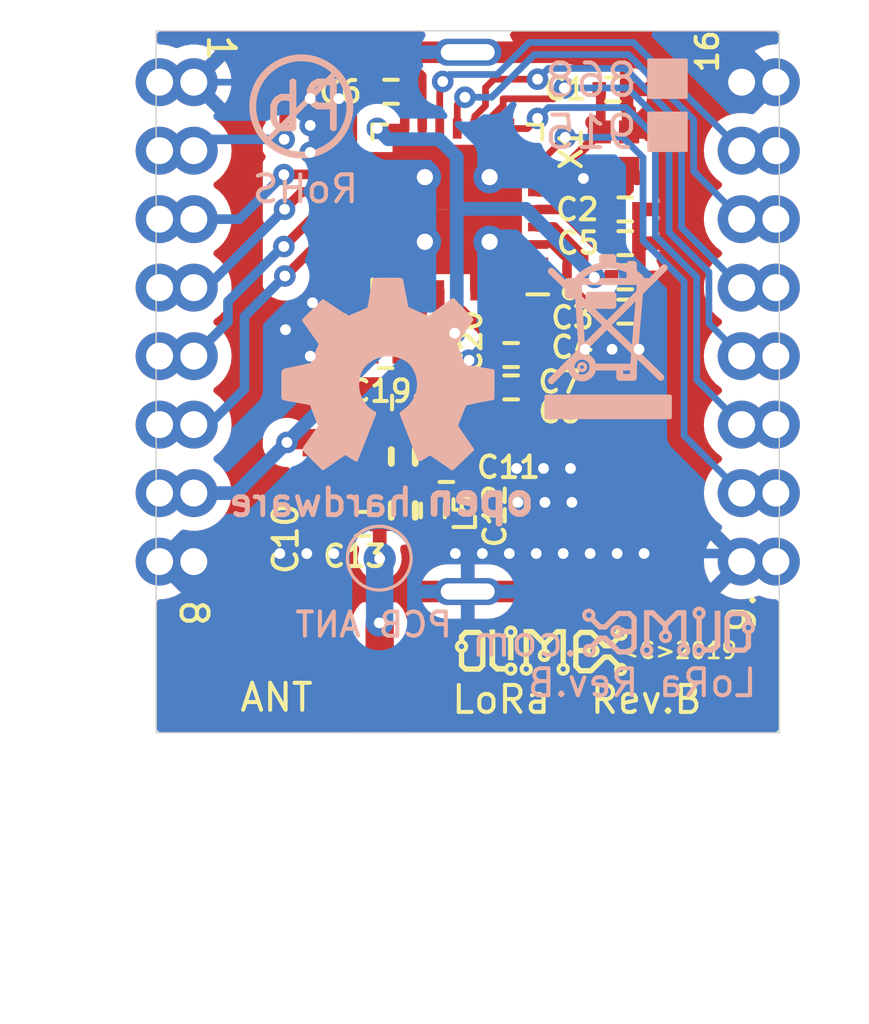
<source format=kicad_pcb>
(kicad_pcb (version 20221018) (generator pcbnew)
  (layers (0 "F.Cu" signal) (31 "B.Cu" signal) (34 "B.Paste" user) (35 "F.Paste" user) (36 "B.SilkS" user "B.Silkscreen") (37 "F.SilkS" user "F.Silkscreen") (38 "B.Mask" user) (39 "F.Mask" user) (44 "Edge.Cuts" user))
  (net 0 "")
  (net 1 "GND")
  (net 2 "Net-(C1-Pad1)")
  (net 3 "Net-(C2-Pad1)")
  (net 4 "VAA")
  (net 5 "Net-(C4-Pad1)")
  (net 6 "Net-(C5-Pad1)")
  (net 7 "Net-(C19-Pad1)")
  (net 8 "Net-(C9-Pad1)")
  (net 9 "Net-(C11-Pad1)")
  (net 10 "Net-(C12-Pad1)")
  (net 11 "Net-(C19-Pad2)")
  (net 12 "/NSS")
  (net 13 "/MOSI")
  (net 14 "/DIO5")
  (net 15 "/RESET")
  (net 16 "/SCK")
  (net 17 "/MISO")
  (net 18 "/DIO0")
  (net 19 "/DIO3")
  (net 20 "/DIO4")
  (net 21 "/DIO2")
  (net 22 "/DIO1")
  (net 23 "Net-(U1-Pad27)")
  (net 24 "Net-(U1-Pad20)")
  (net 25 "Net-(C7-Pad2)")
  (net 26 "Net-(U1-Pad28)")
  (net 27 "Net-(U1-Pad1)")
  (footprint "OLIMEX_RLC-FP:C_0402_5MIL_DWS" (layer "F.Cu") (at 90.475 56.15)
    (fp_text reference "C1")
    (fp_text value "15pF" hide)
  )
  (footprint "OLIMEX_RLC-FP:C_0402_5MIL_DWS" (layer "F.Cu") (at 90.932 60.6)
    (fp_text reference "C2")
    (fp_text value "15pF" hide)
  )
  (footprint "OLIMEX_RLC-FP:C_0402_5MIL_DWS" (layer "F.Cu") (at 90.932 63.119)
    (fp_text reference "C3")
    (fp_text value "100nF" hide)
  )
  (footprint "OLIMEX_RLC-FP:C_0402_5MIL_DWS" (layer "F.Cu") (at 90.932 64.389)
    (fp_text reference "C4")
    (fp_text value "100nF" hide)
  )
  (footprint "OLIMEX_RLC-FP:C_0402_5MIL_DWS" (layer "F.Cu") (at 90.932 61.849)
    (fp_text reference "C5")
    (fp_text value "100nF" hide)
  )
  (footprint "OLIMEX_RLC-FP:C_0402_5MIL_DWS" (layer "F.Cu") (at 82.2452 56.2356 180)
    (fp_text reference "C6")
    (fp_text value "100nF" hide)
  )
  (footprint "OLIMEX_RLC-FP:C_0402_5MIL_DWS" (layer "F.Cu") (at 86.7 66 180)
    (fp_text reference "C7")
    (fp_text value "10nF" hide)
  )
  (footprint "OLIMEX_RLC-FP:C_0402_5MIL_DWS" (layer "F.Cu") (at 86.7 67.2 180)
    (fp_text reference "C8")
    (fp_text value "47pF" hide)
  )
  (footprint "OLIMEX_RLC-FP:C_0402_5MIL_DWS" (layer "F.Cu") (at 82.7278 67.762 90)
    (fp_text reference "C9" hide)
    (fp_text value "33pF")
  )
  (footprint "OLIMEX_RLC-FP:C_0603_5MIL_DWS" (layer "F.Cu") (at 79.475 70.139 -90)
    (fp_text reference "C10")
    (fp_text value "22uF" hide)
  )
  (footprint "OLIMEX_RLC-FP:C_0402_5MIL_DWS" (layer "F.Cu") (at 84.3 70.262)
    (fp_text reference "C11")
    (fp_text value "4.7pF" hide)
  )
  (footprint "OLIMEX_RLC-FP:C_0402_5MIL_DWS" (layer "F.Cu") (at 83.8 71.762 90)
    (fp_text reference "C12")
    (fp_text value "1.2pF" hide)
  )
  (footprint "OLIMEX_RLC-FP:C_0402_5MIL_DWS" (layer "F.Cu") (at 81.2 72.262 180)
    (fp_text reference "C13")
    (fp_text value "1.8pF" hide)
  )
  (footprint "OLIMEX_RLC-FP:C_0402_5MIL_DWS" (layer "F.Cu") (at 82.042 66.04)
    (fp_text reference "C19")
    (fp_text value "2.2pF" hide)
  )
  (footprint "OLIMEX_RLC-FP:C_0402_5MIL_DWS" (layer "F.Cu") (at 84.052 65.575 -90)
    (fp_text reference "C20")
    (fp_text value "100nF" hide)
  )
  (footprint "OLIMEX_Connectors-FP:HN1x8_EDGE" (layer "F.Cu") (at 73.66 64.77 90)
    (fp_text reference "CON1" hide)
    (fp_text value "CON8")
  )
  (footprint "OLIMEX_Connectors-FP:HN1x8_EDGE" (layer "F.Cu") (at 96.52 64.77 -90)
    (fp_text reference "CON2" hide)
    (fp_text value "CON8")
  )
  (footprint "OLIMEX_RLC-FP:L_0402_5MIL_DWS" (layer "F.Cu") (at 84.3534 67.2338)
    (fp_text reference "L2" hide)
    (fp_text value "33nH" hide)
  )
  (footprint "OLIMEX_RLC-FP:L_0402_5MIL_DWS" (layer "F.Cu") (at 80.264 65.024)
    (fp_text reference "L3")
    (fp_text value "6.8nH" hide)
  )
  (footprint "OLIMEX_RLC-FP:L_0402_5MIL_DWS" (layer "F.Cu") (at 82.7 69.762 -90)
    (fp_text reference "L4" hide)
    (fp_text value "10nH")
  )
  (footprint "OLIMEX_RLC-FP:L_0402_5MIL_DWS" (layer "F.Cu") (at 82.7 71.762 -90)
    (fp_text reference "L5")
    (fp_text value "6.2nH" hide)
  )
  (footprint "OLIMEX_IC-FP:QFN-28_EP_6x6_Pitch0.65mm" (layer "F.Cu") (at 84.702 60.6 180)
    (fp_text reference "U1" hide)
    (fp_text value "SX1276")
  )
  (footprint "OLIMEX_Crystal-FP:SMD2016_4p" (layer "F.Cu") (at 90.55 58.4 -90)
    (fp_text reference "X1")
    (fp_text value "32.000MHz_10ppm" hide)
  )
  (footprint "OLIMEX_TestPoints-FP:TP_SMD" (layer "F.Cu") (at 81.825 73.55)
    (fp_text reference "JANT1" hide)
    (fp_text value "TESTPAD" hide)
  )
  (footprint "OLIMEX_Connectors-FP:U.FL-R-SMT-1" (layer "F.Cu") (at 81.825 77.9764 180)
    (fp_text reference "EXT_ANT1" hide)
    (fp_text value "U.FL")
  )
  (footprint "OLIMEX_Other-FP:Shield1620" (layer "F.Cu") (at 85.09 64.77 90)
    (fp_text reference "SHIELD1" hide)
    (fp_text value "TESTPAD")
  )
  (footprint "OLIMEX_LOGOs-FP:OLIMEX_LOGO_SMALL_TB" (layer "F.Cu") (at 87.8068 76.9604)
    (fp_text reference "")
    (fp_text value "")
  )
  (footprint "OLIMEX_Other-FP:Fiducial1x3_transp" (layer "F.Cu") (at 94.9452 78.3082)
    (fp_text reference "Ref*" hide)
    (fp_text value "Val**" hide)
  )
  (footprint "OLIMEX_LOGOs-FP:LOGO_OPENHARDWARE_8x8" (layer "B.Cu") (at 82.1436 67.2 180)
    (fp_text reference "" hide)
    (fp_text value "" hide)
  )
  (footprint "OLIMEX_LOGOs-FP:LOGO_PBFREE" (layer "B.Cu") (at 79.121 56.4642)
    (fp_text reference "")
    (fp_text value "")
  )
  (footprint "OLIMEX_LOGOs-FP:LOGO_RECYCLEBIN_1" (layer "B.Cu") (at 92.6338 68.3514 180)
    (fp_text reference "" hide)
    (fp_text value "" hide)
  )
  (footprint "OLIMEX_LOGOs-FP:OLIMEX_LOGO_SMALL_TB" (layer "B.Cu") (at 92.5548 76.2588 180)
    (fp_text reference "")
    (fp_text value "")
  )
  (footprint "OLIMEX_Other-FP:CHECKBOX" (layer "B.Cu") (at 92.5 55.75)
    (fp_text reference "none" hide)
    (fp_text value "CHECKBOX" hide)
  )
  (footprint "OLIMEX_Other-FP:CHECKBOX" (layer "B.Cu") (at 92.5 57.72)
    (fp_text reference "none" hide)
    (fp_text value "CHECKBOX" hide)
  )
  (gr_circle (center 81.8098 73.5314) (end 80.6668 73.8362) (stroke (width 0.12)) (fill none) (layer "B.SilkS"))
  (gr_line (start 73.533 80.01) (end 96.647 80.01) (stroke (width 0.05)) (layer "Edge.Cuts"))
  (gr_line (start 96.647 80.01) (end 96.647 53.975) (stroke (width 0.05)) (layer "Edge.Cuts"))
  (gr_line (start 73.533 53.975) (end 73.533 80.01) (stroke (width 0.05)) (layer "Edge.Cuts"))
  (gr_line (start 96.647 53.975) (end 73.533 53.975) (stroke (width 0.05)) (layer "Edge.Cuts"))
  (gr_text "PCB ANT" (at 81.6 76) (layer "B.SilkS") (effects (font (size 0.9 0.9)) (justify mirror)))
  (gr_text "LoRa Rev.B" (at 91.56 78.16) (layer "B.SilkS") (effects (font (size 1 1)) (justify mirror)))
  (gr_text ".com" (at 87.1954 76.6144) (layer "B.SilkS") (effects (font (size 1.1 1.1)) (justify mirror)))
  (gr_text "868\n915" (at 89.662 56.769) (layer "B.SilkS") (effects (font (size 1.2 1.2)) (justify mirror)))
  (gr_text "RoHS" (at 79.0702 59.8424) (layer "B.SilkS") (effects (font (size 1 1)) (justify mirror)))
  (gr_text "9." (at 95.25 75.565 90) (layer "F.SilkS") (effects (font (size 1 1))))
  (gr_text "8" (at 74.93 75.565 270) (layer "F.SilkS") (effects (font (size 1 1))))
  (gr_text "16" (at 93.98 54.737 90) (layer "F.SilkS") (effects (font (size 0.8 0.8))))
  (gr_text "<C>2019" (at 92.8868 76.9604) (layer "F.SilkS") (effects (font (size 0.6 0.6) (thickness 0.1))))
  (gr_text "1" (at 75.946 54.61 270) (layer "F.SilkS") (effects (font (size 1 1))))
  (gr_text "ANT" (at 78 78.7) (layer "F.SilkS") (effects (font (size 1 1))))
  (gr_text "LoRa  Rev.B" (at 89.14 78.78) (layer "F.SilkS") (effects (font (size 1 1))))
  (segment (start 86.632 73.36) (end 87.632 73.36) (width 0.25) (layer "F.Cu") (net 1))
  (segment (start 82.752 58.65) (end 83.502 59.4) (width 0.3556) (layer "F.Cu") (net 1))
  (segment (start 91.805 56.15) (end 91.8083 56.1467) (width 0.3556) (layer "F.Cu") (net 1))
  (segment (start 80.3275 56.4769) (end 80.3148 56.4896) (width 0.508) (layer "F.Cu") (net 1))
  (segment (start 83.402 61.9) (end 83.502 61.8) (width 0.3556) (layer "F.Cu") (net 1))
  (segment (start 79.756 65.024) (end 78.368 65.024) (width 0.3556) (layer "F.Cu") (net 1))
  (segment (start 83.399199 65.600801) (end 83.881398 66.083) (width 0.3556) (layer "F.Cu") (net 1))
  (segment (start 87.9536 71.4628) (end 88.9536 71.4628) (width 0.25) (layer "F.Cu") (net 1))
  (segment (start 83.402 63.6) (end 83.402 64.3306) (width 0.3556) (layer "F.Cu") (net 1))
  (segment (start 90.983 57.633) (end 91.075 57.725) (width 0.3556) (layer "F.Cu") (net 1))
  (segment (start 86.652 62.55) (end 85.902 61.8) (width 0.3556) (layer "F.Cu") (net 1))
  (segment (start 91.44 64.389) (end 92.709 64.389) (width 0.3556) (layer "F.Cu") (net 1))
  (segment (start 73.66 55.88) (end 74.93 55.88) (width 0.25) (layer "F.Cu") (net 1))
  (segment (start 84.052 66.083) (end 85.0314 66.083) (width 0.3556) (layer "F.Cu") (net 1))
  (segment (start 96.52 55.88) (end 95.25 55.88) (width 0.25) (layer "F.Cu") (net 1))
  (segment (start 90.4456 65.786) (end 91.4456 65.786) (width 0.25) (layer "F.Cu") (net 1))
  (segment (start 91.44 63.119) (end 91.44 64.389) (width 0.3556) (layer "F.Cu") (net 1))
  (segment (start 80.8101 58.4887) (end 80.8101 56.4769) (width 0.3556) (layer "F.Cu") (net 1))
  (segment (start 92.709 64.389) (end 93.09 64.77) (width 0.3556) (layer "F.Cu") (net 1))
  (segment (start 91.44 65.7804) (end 91.4456 65.786) (width 0.25) (layer "F.Cu") (net 1))
  (segment (start 90.632 73.36) (end 91.632 73.36) (width 0.25) (layer "F.Cu") (net 1))
  (segment (start 86.8464 70.262) (end 86.9028 70.2056) (width 0.3556) (layer "F.Cu") (net 1))
  (segment (start 81.702 58.65) (end 82.752 58.65) (width 0.3556) (layer "F.Cu") (net 1))
  (segment (start 83.402 64.3306) (end 83.399199 64.333401) (width 0.3556) (layer "F.Cu") (net 1))
  (segment (start 81.0514 56.2356) (end 81.7372 56.2356) (width 0.3556) (layer "F.Cu") (net 1))
  (segment (start 73.66 73.66) (end 74.93 73.66) (width 0.25) (layer "F.Cu") (net 1))
  (segment (start 86.9536 71.4628) (end 87.9536 71.4628) (width 0.25) (layer "F.Cu") (net 1))
  (segment (start 87.208 67.2) (end 87.208 69.9004) (width 0.3556) (layer "F.Cu") (net 1))
  (segment (start 80.9714 58.65) (end 80.8101 58.4887) (width 0.3556) (layer "F.Cu") (net 1))
  (segment (start 89.725 59.425) (end 89.407576 59.425) (width 0.3556) (layer "F.Cu") (net 1))
  (segment (start 85.632 73.36) (end 86.632 73.36) (width 0.25) (layer "F.Cu") (net 1))
  (segment (start 91.805 56.15) (end 92.075 55.88) (width 0.508) (layer "F.Cu") (net 1))
  (segment (start 92.075 55.88) (end 95.25 55.88) (width 0.508) (layer "F.Cu") (net 1))
  (segment (start 84.808 70.262) (end 86.8464 70.262) (width 0.3556) (layer "F.Cu") (net 1))
  (segment (start 89.632 73.36) (end 90.632 73.36) (width 0.25) (layer "F.Cu") (net 1))
  (segment (start 91.44 64.389) (end 91.44 65.7804) (width 0.25) (layer "F.Cu") (net 1))
  (segment (start 87.632 73.36) (end 88.632 73.36) (width 0.25) (layer "F.Cu") (net 1))
  (segment (start 89.4456 65.786) (end 90.4456 65.786) (width 0.25) (layer "F.Cu") (net 1))
  (segment (start 83.881398 66.083) (end 84.052 66.083) (width 0.3556) (layer "F.Cu") (net 1))
  (segment (start 85.352 63.6) (end 85.352 62.35) (width 0.3556) (layer "F.Cu") (net 1))
  (segment (start 88.632 73.36) (end 89.632 73.36) (width 0.25) (layer "F.Cu") (net 1))
  (segment (start 85.352 62.35) (end 85.902 61.8) (width 0.3556) (layer "F.Cu") (net 1))
  (segment (start 87.208 69.9004) (end 86.9028 70.2056) (width 0.3556) (layer "F.Cu") (net 1))
  (segment (start 89.407576 59.425) (end 89.381152 59.451424) (width 0.3556) (layer "F.Cu") (net 1))
  (segment (start 91.44 60.6) (end 91.44 61.849) (width 0.3556) (layer "F.Cu") (net 1))
  (segment (start 80.8101 56.4769) (end 80.3275 56.4769) (width 0.508) (layer "F.Cu") (net 1))
  (segment (start 81.702 58.65) (end 80.9714 58.65) (width 0.3556) (layer "F.Cu") (net 1))
  (segment (start 90.983 56.15) (end 90.983 57.633) (width 0.3556) (layer "F.Cu") (net 1))
  (segment (start 78.368 65.024) (end 78.332 65.06) (width 0.3556) (layer "F.Cu") (net 1))
  (segment (start 83.399199 64.333401) (end 83.399199 65.600801) (width 0.3556) (layer "F.Cu") (net 1))
  (segment (start 87.208 66) (end 87.208 67.2) (width 0.3556) (layer "F.Cu") (net 1))
  (segment (start 83.402 63.6) (end 83.402 61.9) (width 0.3556) (layer "F.Cu") (net 1))
  (segment (start 85.0314 66.083) (end 85.1408 66.1924) (width 0.3556) (layer "F.Cu") (net 1))
  (segment (start 95.25 73.66) (end 96.52 73.66) (width 0.25) (layer "F.Cu") (net 1))
  (segment (start 91.44 61.849) (end 91.44 63.119) (width 0.3556) (layer "F.Cu") (net 1))
  (segment (start 90.983 56.15) (end 91.805 56.15) (width 0.3556) (layer "F.Cu") (net 1))
  (segment (start 80.8101 56.4769) (end 81.0514 56.2356) (width 0.3556) (layer "F.Cu") (net 1))
  (segment (start 84.632 73.36) (end 85.632 73.36) (width 0.25) (layer "F.Cu") (net 1))
  (via (at 79.332 64.06) (size 0.8) (drill 0.4) (layers "F.Cu" "B.Cu") (net 1))
  (via (at 78.332 65.06) (size 0.8) (drill 0.4) (layers "F.Cu" "B.Cu") (net 1))
  (via (at 84.632 73.36) (size 0.8) (drill 0.4) (layers "F.Cu" "B.Cu") (net 1))
  (via (at 85.632 73.36) (size 0.8) (drill 0.4) (layers "F.Cu" "B.Cu") (net 1))
  (via (at 86.632 73.36) (size 0.8) (drill 0.4) (layers "F.Cu" "B.Cu") (net 1))
  (via (at 87.632 73.36) (size 0.8) (drill 0.4) (layers "F.Cu" "B.Cu") (net 1))
  (via (at 88.632 73.36) (size 0.8) (drill 0.4) (layers "F.Cu" "B.Cu") (net 1))
  (via (at 89.632 73.36) (size 0.8) (drill 0.4) (layers "F.Cu" "B.Cu") (net 1))
  (via (at 90.632 73.36) (size 0.8) (drill 0.4) (layers "F.Cu" "B.Cu") (net 1))
  (via (at 91.632 73.36) (size 0.8) (drill 0.4) (layers "F.Cu" "B.Cu") (net 1))
  (via (at 88.9028 70.2056) (size 0.8) (drill 0.4) (layers "F.Cu" "B.Cu") (net 1))
  (via (at 87.9028 70.2056) (size 0.8) (drill 0.4) (layers "F.Cu" "B.Cu") (net 1))
  (via (at 88.9536 71.4628) (size 0.8) (drill 0.4) (layers "F.Cu" "B.Cu") (net 1))
  (via (at 87.9536 71.4628) (size 0.8) (drill 0.4) (layers "F.Cu" "B.Cu") (net 1))
  (via (at 86.9028 70.2056) (size 0.8) (drill 0.4) (layers "F.Cu" "B.Cu") (net 1))
  (via (at 86.9536 71.4628) (size 0.8) (drill 0.4) (layers "F.Cu" "B.Cu") (net 1))
  (via (at 89.4456 65.786) (size 0.8) (drill 0.4) (layers "F.Cu" "B.Cu") (net 1))
  (via (at 90.4456 65.786) (size 0.8) (drill 0.4) (layers "F.Cu" "B.Cu") (net 1))
  (via (at 91.4456 65.786) (size 0.8) (drill 0.4) (layers "F.Cu" "B.Cu") (net 1))
  (via (at 80.1214 73.3628) (size 0.8) (drill 0.4) (layers "F.Cu" "B.Cu") (net 1))
  (via (at 78.1214 73.3628) (size 0.8) (drill 0.4) (layers "F.Cu" "B.Cu") (net 1))
  (via (at 79.1214 73.362801) (size 0.8) (drill 0.4) (layers "F.Cu" "B.Cu") (net 1))
  (via (at 79.248 56.484) (size 0.8) (drill 0.4) (layers "F.Cu" "B.Cu") (net 1))
  (via (at 79.248 58.484) (size 0.8) (drill 0.4) (layers "F.Cu" "B.Cu") (net 1))
  (via (at 79.248 57.484) (size 0.8) (drill 0.4) (layers "F.Cu" "B.Cu") (net 1))
  (via (at 89.381152 59.451424) (size 0.8) (drill 0.4) (layers "F.Cu" "B.Cu") (net 1))
  (via (at 79.248 66.04) (size 0.8) (drill 0.4) (layers "F.Cu" "B.Cu") (net 1))
  (via (at 85.1408 66.1924) (size 0.8) (drill 0.4) (layers "F.Cu" "B.Cu") (net 1))
  (via (at 80.3148 56.4896) (size 0.8) (drill 0.4) (layers "F.Cu" "B.Cu") (net 1))
  (segment (start 91.632 73.36) (end 94.95 73.36) (width 0.3556) (layer "B.Cu") (net 1))
  (segment (start 94.95 73.36) (end 95.25 73.66) (width 0.3556) (layer "B.Cu") (net 1))
  (segment (start 75.2272 73.3628) (end 74.93 73.66) (width 0.3556) (layer "B.Cu") (net 1))
  (segment (start 78.1214 73.3628) (end 75.2272 73.3628) (width 0.3556) (layer "B.Cu") (net 1))
  (segment (start 94.9833 56.1467) (end 95.25 55.88) (width 0.3556) (layer "B.Cu") (net 1))
  (segment (start 78.644 55.88) (end 79.248 56.484) (width 0.25) (layer "B.Cu") (net 1))
  (segment (start 85.1408 66.1924) (end 89.0392 66.1924) (width 0.3556) (layer "B.Cu") (net 1))
  (segment (start 74.93 55.88) (end 78.644 55.88) (width 0.25) (layer "B.Cu") (net 1))
  (segment (start 89.0392 66.1924) (end 89.4456 65.786) (width 0.3556) (layer "B.Cu") (net 1))
  (segment (start 90.025 57.725) (end 90.025 56.208) (width 0.3556) (layer "F.Cu") (net 2))
  (segment (start 90.025 56.208) (end 89.967 56.15) (width 0.3556) (layer "F.Cu") (net 2))
  (segment (start 89.725 58.0076) (end 89.725 57.763908) (width 0.3556) (layer "F.Cu") (net 2))
  (segment (start 87.702 59.3) (end 88.4326 59.3) (width 0.3556) (layer "F.Cu") (net 2))
  (segment (start 88.4326 59.3) (end 89.725 58.0076) (width 0.3556) (layer "F.Cu") (net 2))
  (segment (start 89.725 57.763908) (end 89.725 57.375) (width 0.3556) (layer "F.Cu") (net 2))
  (segment (start 91.075 59.8556) (end 90.424 60.5066) (width 0.3556) (layer "F.Cu") (net 3))
  (segment (start 89.8184 60.6) (end 90.424 60.6) (width 0.3556) (layer "F.Cu") (net 3))
  (segment (start 89.325752 60.6) (end 89.8184 60.6) (width 0.3556) (layer "F.Cu") (net 3))
  (segment (start 87.702 59.95) (end 88.675752 59.95) (width 0.3556) (layer "F.Cu") (net 3))
  (segment (start 88.675752 59.95) (end 89.325752 60.6) (width 0.3556) (layer "F.Cu") (net 3))
  (segment (start 90.424 60.5066) (end 90.424 60.6) (width 0.3556) (layer "F.Cu") (net 3))
  (segment (start 91.075 59.505042) (end 91.075 59.075) (width 0.3556) (layer "F.Cu") (net 3))
  (segment (start 91.075 59.075) (end 91.075 59.8556) (width 0.3556) (layer "F.Cu") (net 3))
  (segment (start 88.301 61.25) (end 89.389001 62.338001) (width 0.3556) (layer "F.Cu") (net 4))
  (segment (start 84.052 63.6) (end 84.052 65.067) (width 0.3556) (layer "F.Cu") (net 4))
  (segment (start 82.752 57.6) (end 81.7427 57.6) (width 0.3556) (layer "F.Cu") (net 4))
  (segment (start 79.4654 69.2404) (end 79.475 69.25) (width 0.508) (layer "F.Cu") (net 4))
  (segment (start 89.389001 62.338001) (end 89.389001 62.719001) (width 0.3556) (layer "F.Cu") (net 4))
  (segment (start 84.6328 65.067) (end 84.6328 65.161772) (width 0.3556) (layer "F.Cu") (net 4))
  (segment (start 84.052 65.067) (end 84.6328 65.067) (width 0.508) (layer "F.Cu") (net 4))
  (segment (start 82.7532 57.5988) (end 82.752 57.6) (width 0.3556) (layer "F.Cu") (net 4))
  (segment (start 78.3844 69.2404) (end 79.4654 69.2404) (width 0.508) (layer "F.Cu") (net 4))
  (segment (start 73.66 71.12) (end 74.93 71.12) (width 0.25) (layer "F.Cu") (net 4))
  (segment (start 87.702 61.25) (end 88.301 61.25) (width 0.3556) (layer "F.Cu") (net 4))
  (segment (start 81.7427 57.6) (end 81.7372 57.5945) (width 0.3556) (layer "F.Cu") (net 4))
  (segment (start 90.424 63.119) (end 89.789 63.119) (width 0.3556) (layer "F.Cu") (net 4))
  (segment (start 89.389001 62.719001) (end 89.789 63.119) (width 0.3556) (layer "F.Cu") (net 4))
  (segment (start 82.7532 56.2356) (end 82.7532 57.5988) (width 0.3556) (layer "F.Cu") (net 4))
  (segment (start 84.6328 65.161772) (end 84.607495 65.187077) (width 0.3556) (layer "F.Cu") (net 4))
  (via (at 78.3844 69.2404) (size 0.8) (drill 0.4) (layers "F.Cu" "B.Cu") (net 4))
  (via (at 89.789 63.119) (size 0.8) (drill 0.4) (layers "F.Cu" "B.Cu") (net 4))
  (via (at 84.607495 65.187077) (size 0.8) (drill 0.4) (layers "F.Cu" "B.Cu") (net 4))
  (via (at 81.7372 57.5945) (size 0.8) (drill 0.4) (layers "F.Cu" "B.Cu") (net 4))
  (segment (start 84.6836 64.545287) (end 84.607495 64.621392) (width 0.508) (layer "B.Cu") (net 4))
  (segment (start 84.6836 58.6486) (end 84.6836 60.6044) (width 0.508) (layer "B.Cu") (net 4))
  (segment (start 74.93 71.12) (end 76.5048 71.12) (width 0.508) (layer "B.Cu") (net 4))
  (segment (start 82.437723 65.187077) (end 78.3844 69.2404) (width 0.508) (layer "B.Cu") (net 4))
  (segment (start 84.709 60.579) (end 84.6836 60.6044) (width 0.508) (layer "B.Cu") (net 4))
  (segment (start 81.7372 57.5945) (end 82.137199 57.994499) (width 0.508) (layer "B.Cu") (net 4))
  (segment (start 76.5048 71.12) (end 78.3844 69.2404) (width 0.508) (layer "B.Cu") (net 4))
  (segment (start 84.029499 57.994499) (end 84.6836 58.6486) (width 0.508) (layer "B.Cu") (net 4))
  (segment (start 82.137199 57.994499) (end 84.029499 57.994499) (width 0.508) (layer "B.Cu") (net 4))
  (segment (start 84.6836 60.6044) (end 84.6836 64.545287) (width 0.508) (layer "B.Cu") (net 4))
  (segment (start 87.249 60.579) (end 89.789 63.119) (width 0.508) (layer "B.Cu") (net 4))
  (segment (start 87.249 60.579) (end 84.709 60.579) (width 0.508) (layer "B.Cu") (net 4))
  (segment (start 84.607495 64.621392) (end 84.607495 65.187077) (width 0.508) (layer "B.Cu") (net 4))
  (segment (start 84.607495 65.187077) (end 82.437723 65.187077) (width 0.508) (layer "B.Cu") (net 4))
  (segment (start 88.189 61.9) (end 88.773 62.484) (width 0.25) (layer "F.Cu") (net 5))
  (segment (start 88.773 63.3436) (end 88.773 62.611) (width 0.3556) (layer "F.Cu") (net 5))
  (segment (start 90.424 64.389) (end 89.8184 64.389) (width 0.3556) (layer "F.Cu") (net 5))
  (segment (start 87.702 61.9) (end 88.189 61.9) (width 0.25) (layer "F.Cu") (net 5))
  (segment (start 89.8184 64.389) (end 88.773 63.3436) (width 0.3556) (layer "F.Cu") (net 5))
  (segment (start 88.773 62.484) (end 88.773 62.611) (width 0.25) (layer "F.Cu") (net 5))
  (segment (start 87.702 60.6) (end 88.54 60.6) (width 0.3556) (layer "F.Cu") (net 6))
  (segment (start 88.54 60.6) (end 89.789 61.849) (width 0.3556) (layer "F.Cu") (net 6))
  (segment (start 89.789 61.849) (end 89.8184 61.849) (width 0.3556) (layer "F.Cu") (net 6))
  (segment (start 89.8184 61.849) (end 90.424 61.849) (width 0.3556) (layer "F.Cu") (net 6))
  (segment (start 81.53 65.024) (end 81.534 65.02) (width 0.508) (layer "F.Cu") (net 7))
  (segment (start 81.534 65.02) (end 81.534 64.9478) (width 0.508) (layer "F.Cu") (net 7))
  (segment (start 81.702 62.55) (end 81.702 63.698) (width 0.3556) (layer "F.Cu") (net 7))
  (segment (start 81.534 64.9478) (end 81.534 66.04) (width 0.508) (layer "F.Cu") (net 7))
  (segment (start 81.702 63.698) (end 81.534 63.866) (width 0.508) (layer "F.Cu") (net 7))
  (segment (start 80.772 65.024) (end 81.53 65.024) (width 0.508) (layer "F.Cu") (net 7))
  (segment (start 81.534 63.866) (end 81.534 64.9478) (width 0.508) (layer "F.Cu") (net 7))
  (segment (start 82.7278 68.27) (end 82.7278 69.2262) (width 0.3556) (layer "F.Cu") (net 8))
  (segment (start 82.7278 69.2262) (end 82.7 69.254) (width 0.3556) (layer "F.Cu") (net 8))
  (segment (start 83.792 71.246) (end 83.8 71.254) (width 0.3556) (layer "F.Cu") (net 9))
  (segment (start 82.7 71.254) (end 82.7 70.27) (width 0.3556) (layer "F.Cu") (net 9))
  (segment (start 83.8 71.254) (end 82.7 71.254) (width 0.3556) (layer "F.Cu") (net 9))
  (segment (start 83.792 70.262) (end 83.792 71.246) (width 0.3556) (layer "F.Cu") (net 9))
  (segment (start 83.784 70.27) (end 83.792 70.262) (width 0.3556) (layer "F.Cu") (net 9))
  (segment (start 82.7 70.27) (end 83.784 70.27) (width 0.3556) (layer "F.Cu") (net 9))
  (segment (start 81.825 73.55) (end 81.825 72.4178) (width 0.508) (layer "F.Cu") (net 10))
  (segment (start 81.825 72.4178) (end 81.9728 72.27) (width 0.3556) (layer "F.Cu") (net 10))
  (segment (start 81.825 75.9469) (end 81.8098 75.9317) (width 0.508) (layer "F.Cu") (net 10))
  (segment (start 81.8098 75.9317) (end 81.8098 76.4612) (width 0.25) (layer "F.Cu") (net 10))
  (segment (start 82.7 72.27) (end 81.9728 72.27) (width 0.508) (layer "F.Cu") (net 10))
  (segment (start 81.825 75.97801) (end 81.8098 75.97801) (width 1.016) (layer "F.Cu") (net 10))
  (segment (start 83.8 72.27) (end 82.7 72.27) (width 0.3556) (layer "F.Cu") (net 10))
  (segment (start 81.716 72.27) (end 81.708 72.262) (width 0.3556) (layer "F.Cu") (net 10))
  (segment (start 81.8098 76.4612) (end 81.825 76.4764) (width 0.25) (layer "F.Cu") (net 10))
  (segment (start 81.833 73.542) (end 81.825 73.55) (width 0.3556) (layer "F.Cu") (net 10))
  (segment (start 81.9728 72.27) (end 81.716 72.27) (width 0.3556) (layer "F.Cu") (net 10))
  (segment (start 81.867 73.508) (end 81.825 73.55) (width 0.508) (layer "F.Cu") (net 10))
  (via (at 81.8098 75.9317) (size 0.8) (drill 0.4) (layers "F.Cu" "B.Cu") (net 10))
  (segment (start 81.825 75.9165) (end 81.8098 75.9317) (width 1.016) (layer "B.Cu") (net 10))
  (segment (start 81.825 73.55) (end 81.825 75.9165) (width 1.016) (layer "B.Cu") (net 10))
  (segment (start 83.8252 67.254) (end 83.8454 67.2338) (width 0.3556) (layer "F.Cu") (net 11))
  (segment (start 82.7 66.04) (end 82.752 66.092) (width 0.3556) (layer "F.Cu") (net 11))
  (segment (start 82.55 66.04) (end 82.7 66.04) (width 0.3556) (layer "F.Cu") (net 11))
  (segment (start 82.752 66.092) (end 82.752 67.2298) (width 0.3556) (layer "F.Cu") (net 11))
  (segment (start 82.7278 67.254) (end 83.8252 67.254) (width 0.3556) (layer "F.Cu") (net 11))
  (segment (start 82.752 67.2298) (end 82.7278 67.254) (width 0.3556) (layer "F.Cu") (net 11))
  (segment (start 82.752 63.6) (end 82.752 66.092) (width 0.3556) (layer "F.Cu") (net 11))
  (segment (start 78.329046 63.0682) (end 78.3082 63.0682) (width 0.3556) (layer "F.Cu") (net 12))
  (segment (start 81.702 61.25) (end 80.147246 61.25) (width 0.3556) (layer "F.Cu") (net 12))
  (segment (start 73.66 68.58) (end 74.93 68.58) (width 0.25) (layer "F.Cu") (net 12))
  (segment (start 80.147246 61.25) (end 78.329046 63.0682) (width 0.3556) (layer "F.Cu") (net 12))
  (via (at 78.3082 63.0682) (size 0.8) (drill 0.4) (layers "F.Cu" "B.Cu") (net 12))
  (segment (start 76.8096 67.2592) (end 75.4888 68.58) (width 0.3556) (layer "B.Cu") (net 12))
  (segment (start 78.3082 63.0682) (end 76.8096 64.5668) (width 0.3556) (layer "B.Cu") (net 12))
  (segment (start 76.8096 64.5668) (end 76.8096 67.2592) (width 0.3556) (layer "B.Cu") (net 12))
  (segment (start 75.4888 68.58) (end 74.93 68.58) (width 0.3556) (layer "B.Cu") (net 12))
  (segment (start 81.702 60.6) (end 79.6461 60.6) (width 0.3556) (layer "F.Cu") (net 13))
  (segment (start 79.6461 60.6) (end 78.2701 61.976) (width 0.3556) (layer "F.Cu") (net 13))
  (segment (start 73.66 66.04) (end 74.93 66.04) (width 0.25) (layer "F.Cu") (net 13))
  (via (at 78.2701 61.976) (size 0.8) (drill 0.4) (layers "F.Cu" "B.Cu") (net 13))
  (segment (start 78.232 61.976) (end 76.196801 64.011199) (width 0.3556) (layer "B.Cu") (net 13))
  (segment (start 76.196801 64.011199) (end 76.196801 64.773199) (width 0.3556) (layer "B.Cu") (net 13))
  (segment (start 76.196801 64.773199) (end 75.818999 65.151001) (width 0.3556) (layer "B.Cu") (net 13))
  (segment (start 75.818999 65.151001) (end 74.93 66.04) (width 0.3556) (layer "B.Cu") (net 13))
  (segment (start 78.2701 61.976) (end 78.232 61.976) (width 0.3556) (layer "B.Cu") (net 13))
  (segment (start 78.2828 56.0832) (end 78.2828 57.435215) (width 0.3556) (layer "F.Cu") (net 14))
  (segment (start 83.402 56.8694) (end 83.384974 56.852374) (width 0.3556) (layer "F.Cu") (net 14))
  (segment (start 83.318141 55.582799) (end 78.783201 55.582799) (width 0.3556) (layer "F.Cu") (net 14))
  (segment (start 83.402 57.6) (end 83.402 56.8694) (width 0.3556) (layer "F.Cu") (net 14))
  (segment (start 83.384974 56.852374) (end 83.384974 55.649632) (width 0.3556) (layer "F.Cu") (net 14))
  (segment (start 78.2828 57.435215) (end 78.2828 58.0009) (width 0.3556) (layer "F.Cu") (net 14))
  (segment (start 78.783201 55.582799) (end 78.2828 56.0832) (width 0.3556) (layer "F.Cu") (net 14))
  (segment (start 74.93 58.42) (end 73.66 58.42) (width 0.25) (layer "F.Cu") (net 14))
  (segment (start 83.384974 55.649632) (end 83.318141 55.582799) (width 0.3556) (layer "F.Cu") (net 14))
  (via (at 78.2828 58.0009) (size 0.8) (drill 0.4) (layers "F.Cu" "B.Cu") (net 14))
  (segment (start 78.2828 58.0009) (end 75.3491 58.0009) (width 0.3556) (layer "B.Cu") (net 14))
  (segment (start 75.3491 58.0009) (end 74.93 58.42) (width 0.3556) (layer "B.Cu") (net 14))
  (segment (start 87.982624 58.65) (end 88.708712 57.923912) (width 0.25) (layer "F.Cu") (net 15))
  (segment (start 87.702 58.65) (end 87.982624 58.65) (width 0.25) (layer "F.Cu") (net 15))
  (segment (start 96.52 71.12) (end 95.25 71.12) (width 0.25) (layer "F.Cu") (net 15))
  (via (at 88.708712 57.923912) (size 0.8) (drill 0.4) (layers "F.Cu" "B.Cu") (net 15))
  (segment (start 93.1164 63.275632) (end 93.1164 68.9864) (width 0.25) (layer "B.Cu") (net 15))
  (segment (start 88.708712 57.923912) (end 90.842312 57.923912) (width 0.25) (layer "B.Cu") (net 15))
  (segment (start 91.5924 61.751632) (end 93.1164 63.275632) (width 0.25) (layer "B.Cu") (net 15))
  (segment (start 94.361001 70.231001) (end 95.25 71.12) (width 0.25) (layer "B.Cu") (net 15))
  (segment (start 93.1164 68.9864) (end 94.361001 70.231001) (width 0.25) (layer "B.Cu") (net 15))
  (segment (start 91.5924 58.674) (end 91.5924 61.751632) (width 0.25) (layer "B.Cu") (net 15))
  (segment (start 90.842312 57.923912) (end 91.5924 58.674) (width 0.25) (layer "B.Cu") (net 15))
  (segment (start 73.66 60.96) (end 74.93 60.96) (width 0.25) (layer "F.Cu") (net 16))
  (segment (start 78.2791 59.3) (end 78.2701 59.309) (width 0.3556) (layer "F.Cu") (net 16))
  (segment (start 81.702 59.3) (end 78.2791 59.3) (width 0.3556) (layer "F.Cu") (net 16))
  (via (at 78.2701 59.309) (size 0.8) (drill 0.4) (layers "F.Cu" "B.Cu") (net 16))
  (segment (start 76.6191 60.96) (end 74.93 60.96) (width 0.3556) (layer "B.Cu") (net 16))
  (segment (start 78.2701 59.309) (end 76.6191 60.96) (width 0.3556) (layer "B.Cu") (net 16))
  (segment (start 78.9372 59.95) (end 78.2955 60.5917) (width 0.3556) (layer "F.Cu") (net 17))
  (segment (start 74.93 63.5) (end 73.66 63.5) (width 0.25) (layer "F.Cu") (net 17))
  (segment (start 81.702 59.95) (end 78.9372 59.95) (width 0.3556) (layer "F.Cu") (net 17))
  (via (at 78.2955 60.5917) (size 0.8) (drill 0.4) (layers "F.Cu" "B.Cu") (net 17))
  (segment (start 78.2955 60.5917) (end 75.3872 63.5) (width 0.3556) (layer "B.Cu") (net 17))
  (segment (start 75.3872 63.5) (end 74.93 63.5) (width 0.3556) (layer "B.Cu") (net 17))
  (segment (start 87.302591 57.6) (end 87.6808 57.221791) (width 0.25) (layer "F.Cu") (net 18))
  (segment (start 86.652 57.6) (end 87.302591 57.6) (width 0.25) (layer "F.Cu") (net 18))
  (segment (start 95.25 68.58) (end 96.52 68.58) (width 0.25) (layer "F.Cu") (net 18))
  (via (at 87.6808 57.221791) (size 0.8) (drill 0.4) (layers "F.Cu" "B.Cu") (net 18))
  (segment (start 94.361001 67.691001) (end 95.25 68.58) (width 0.25) (layer "B.Cu") (net 18))
  (segment (start 87.6808 57.221791) (end 88.080799 56.821792) (width 0.25) (layer "B.Cu") (net 18))
  (segment (start 90.958988 56.821792) (end 92.0496 57.912404) (width 0.25) (layer "B.Cu") (net 18))
  (segment (start 88.080799 56.821792) (end 90.958988 56.821792) (width 0.25) (layer "B.Cu") (net 18))
  (segment (start 92.0496 57.912404) (end 92.0496 61.572421) (width 0.25) (layer "B.Cu") (net 18))
  (segment (start 93.585988 66.915988) (end 94.361001 67.691001) (width 0.25) (layer "B.Cu") (net 18))
  (segment (start 92.0496 61.572421) (end 93.585988 63.108809) (width 0.25) (layer "B.Cu") (net 18))
  (segment (start 93.585988 63.108809) (end 93.585988 66.915988) (width 0.25) (layer "B.Cu") (net 18))
  (segment (start 84.702 57.6) (end 84.702 56.7252) (width 0.25) (layer "F.Cu") (net 19))
  (segment (start 84.702 56.7252) (end 84.9884 56.4388) (width 0.25) (layer "F.Cu") (net 19))
  (segment (start 96.52 60.96) (end 95.25 60.96) (width 0.25) (layer "F.Cu") (net 19))
  (via (at 84.9884 56.4388) (size 0.8) (drill 0.4) (layers "F.Cu" "B.Cu") (net 19))
  (segment (start 93.472001 57.278411) (end 93.472001 59.182001) (width 0.25) (layer "B.Cu") (net 19))
  (segment (start 87.562401 54.85681) (end 91.0504 54.85681) (width 0.25) (layer "B.Cu") (net 19))
  (segment (start 91.0504 54.85681) (end 93.472001 57.278411) (width 0.25) (layer "B.Cu") (net 19))
  (segment (start 93.472001 59.182001) (end 94.361001 60.071001) (width 0.25) (layer "B.Cu") (net 19))
  (segment (start 85.980411 56.4388) (end 87.562401 54.85681) (width 0.25) (layer "B.Cu") (net 19))
  (segment (start 84.9884 56.4388) (end 85.980411 56.4388) (width 0.25) (layer "B.Cu") (net 19))
  (segment (start 94.361001 60.071001) (end 95.25 60.96) (width 0.25) (layer "B.Cu") (net 19))
  (segment (start 84.052 55.966407) (end 84.162776 55.855631) (width 0.25) (layer "F.Cu") (net 20))
  (segment (start 95.25 58.42) (end 96.52 58.42) (width 0.25) (layer "F.Cu") (net 20))
  (segment (start 84.052 57.6) (end 84.052 55.966407) (width 0.25) (layer "F.Cu") (net 20))
  (via (at 84.162776 55.855631) (size 0.8) (drill 0.4) (layers "F.Cu" "B.Cu") (net 20))
  (segment (start 94.361001 57.531001) (end 95.25 58.42) (width 0.25) (layer "B.Cu") (net 20))
  (segment (start 84.423397 55.59501) (end 86.18173 55.59501) (width 0.25) (layer "B.Cu") (net 20))
  (segment (start 87.3252 54.4576) (end 87.376001 54.406799) (width 0.25) (layer "B.Cu") (net 20))
  (segment (start 91.236799 54.406799) (end 94.361001 57.531001) (width 0.25) (layer "B.Cu") (net 20))
  (segment (start 87.376001 54.406799) (end 91.236799 54.406799) (width 0.25) (layer "B.Cu") (net 20))
  (segment (start 87.31914 54.4576) (end 87.3252 54.4576) (width 0.25) (layer "B.Cu") (net 20))
  (segment (start 86.18173 55.59501) (end 87.31914 54.4576) (width 0.25) (layer "B.Cu") (net 20))
  (segment (start 84.162776 55.855631) (end 84.423397 55.59501) (width 0.25) (layer "B.Cu") (net 20))
  (segment (start 85.352 57.148202) (end 85.7504 56.749802) (width 0.25) (layer "F.Cu") (net 21))
  (segment (start 85.352 57.6) (end 85.352 57.148202) (width 0.25) (layer "F.Cu") (net 21))
  (segment (start 85.7504 56.0832) (end 86.0636 55.77) (width 0.25) (layer "F.Cu") (net 21))
  (segment (start 86.0636 55.77) (end 87.6808 55.77) (width 0.25) (layer "F.Cu") (net 21))
  (segment (start 95.25 63.5) (end 96.52 63.5) (width 0.25) (layer "F.Cu") (net 21))
  (segment (start 85.7504 56.749802) (end 85.7504 56.0832) (width 0.25) (layer "F.Cu") (net 21))
  (via (at 87.6808 55.77) (size 0.8) (drill 0.4) (layers "F.Cu" "B.Cu") (net 21))
  (segment (start 88.080799 55.370001) (end 90.927181 55.370001) (width 0.25) (layer "B.Cu") (net 21))
  (segment (start 90.927181 55.370001) (end 93.02199 57.46481) (width 0.25) (layer "B.Cu") (net 21))
  (segment (start 87.6808 55.77) (end 88.080799 55.370001) (width 0.25) (layer "B.Cu") (net 21))
  (segment (start 93.02199 57.46481) (end 93.02199 61.27199) (width 0.25) (layer "B.Cu") (net 21))
  (segment (start 93.02199 61.27199) (end 95.25 63.5) (width 0.25) (layer "B.Cu") (net 21))
  (segment (start 86.403609 56.496791) (end 88.270997 56.496791) (width 0.25) (layer "F.Cu") (net 22))
  (segment (start 88.270997 56.496791) (end 88.672787 56.095001) (width 0.25) (layer "F.Cu") (net 22))
  (segment (start 86.002 57.6) (end 86.002 57.134612) (width 0.25) (layer "F.Cu") (net 22))
  (segment (start 96.52 66.04) (end 95.25 66.04) (width 0.25) (layer "F.Cu") (net 22))
  (segment (start 86.002 57.134612) (end 86.403609 56.733003) (width 0.25) (layer "F.Cu") (net 22))
  (segment (start 86.403609 56.733003) (end 86.403609 56.496791) (width 0.25) (layer "F.Cu") (net 22))
  (via (at 88.672787 56.095001) (size 0.8) (drill 0.4) (layers "F.Cu" "B.Cu") (net 22))
  (segment (start 92.5576 57.63683) (end 92.5576 61.44401) (width 0.25) (layer "B.Cu") (net 22))
  (segment (start 91.015771 56.095001) (end 92.5576 57.63683) (width 0.25) (layer "B.Cu") (net 22))
  (segment (start 94.361001 65.151001) (end 95.25 66.04) (width 0.25) (layer "B.Cu") (net 22))
  (segment (start 88.672787 56.095001) (end 91.015771 56.095001) (width 0.25) (layer "B.Cu") (net 22))
  (segment (start 94.035999 62.922409) (end 94.035999 64.825999) (width 0.25) (layer "B.Cu") (net 22))
  (segment (start 92.5576 61.44401) (end 94.035999 62.922409) (width 0.25) (layer "B.Cu") (net 22))
  (segment (start 94.035999 64.825999) (end 94.361001 65.151001) (width 0.25) (layer "B.Cu") (net 22))
  (segment (start 86.1582 67.2338) (end 86.192 67.2) (width 0.3556) (layer "F.Cu") (net 25))
  (segment (start 84.702 63.6) (end 84.702 64.3306) (width 0.3556) (layer "F.Cu") (net 25))
  (segment (start 86.192 66) (end 86.192 67.2) (width 0.3556) (layer "F.Cu") (net 25))
  (segment (start 84.8614 67.2338) (end 86.1582 67.2338) (width 0.3556) (layer "F.Cu") (net 25))
  (segment (start 84.702 64.3306) (end 84.865058 64.3306) (width 0.3556) (layer "F.Cu") (net 25))
  (segment (start 86.192 65.392) (end 86.192 66) (width 0.3556) (layer "F.Cu") (net 25))
  (segment (start 84.865058 64.3306) (end 85.5864 65.051942) (width 0.3556) (layer "F.Cu") (net 25))
  (segment (start 85.5864 65.051942) (end 85.851942 65.051942) (width 0.3556) (layer "F.Cu") (net 25))
  (segment (start 85.851942 65.051942) (end 86.192 65.392) (width 0.3556) (layer "F.Cu") (net 25))
  (segment (start 86.175 67.183) (end 86.192 67.2) (width 0.3556) (layer "F.Cu") (net 25))
  (zone (net 1) (net_name "GND") (layer "F.Cu") (connect_pads (clearance 0.508)) (min_thickness 0.254) (fill yes (thermal_gap 0.508) (thermal_bridge_width 0.508))
    (polygon (pts (xy 70.485 52.832) (xy 99.187 52.959) (xy 99.187 82.042) (xy 70.612 82.042)))
  )
  (zone (net 0) (net_name "") (layer "F.Cu") (connect_pads (clearance 0)) (min_thickness 0.254)
    (keepout (tracks allowed) (vias allowed) (pads allowed) (copperpour not_allowed) (footprints allowed))
    (fill (thermal_gap 0.508) (thermal_bridge_width 0.508))
    (polygon (pts (xy 80.9462 76.9858) (xy 82.7496 77.0366) (xy 82.7496 79.7798) (xy 80.8954 79.7544)))
  )
  (zone (net 1) (net_name "GND") (layer "B.Cu") (connect_pads (clearance 0.508)) (min_thickness 0.254) (fill yes (thermal_gap 0.508) (thermal_bridge_width 0.508))
    (polygon (pts (xy 70.739 52.959) (xy 99.441 53.086) (xy 99.441 82.169) (xy 70.866 82.169)))
  )
)
</source>
